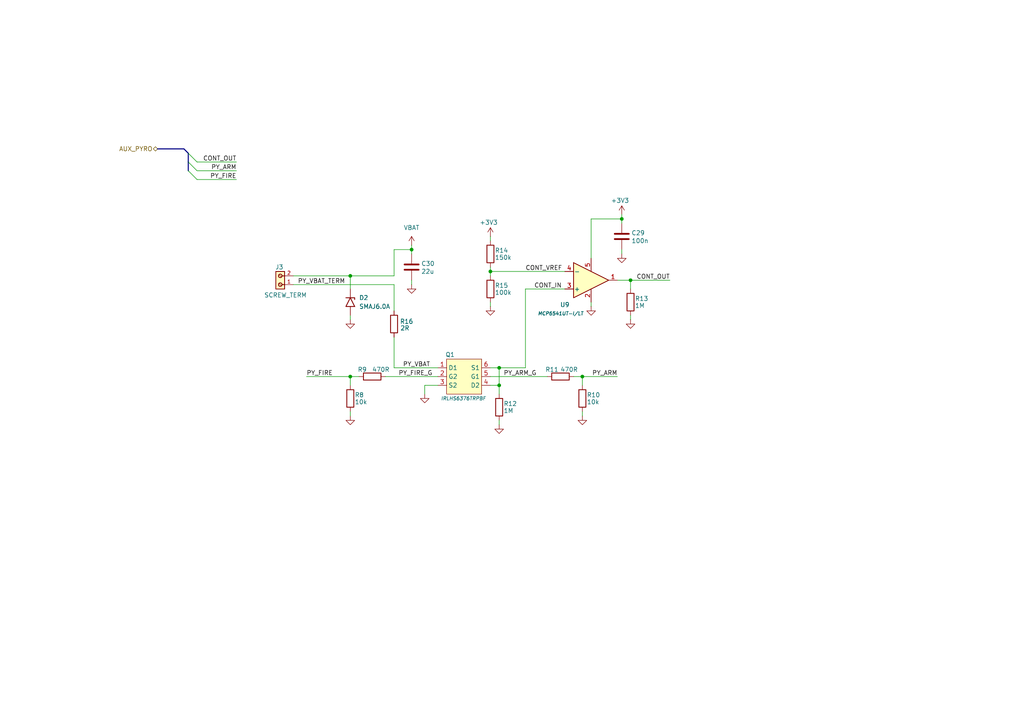
<source format=kicad_sch>
(kicad_sch (version 20250114) (generator "eeschema") (generator_version "9.0")
  (paper "A4")
  (lib_symbols
    (symbol "Device:C" (pin_numbers (hide yes)) (pin_names (offset 0.254))
      (property "Reference" "C" (at 0.635 2.54 0))
      (property "Value" "C" (at 0.635 -2.54 0))
      (symbol "C_0_1"
        (polyline (pts (xy -2.032 0.762) (xy 2.032 0.762)) (stroke (width 0.508)))
        (polyline (pts (xy -2.032 -0.762) (xy 2.032 -0.762)) (stroke (width 0.508)))
      )
      (symbol "C_1_1"
        (pin passive line (at 0 3.81 270) (length 2.794) (name "~") (number "1"))
        (pin passive line (at 0 -3.81 90) (length 2.794) (name "~") (number "2"))
      )
    )
    (symbol "Device:R" (pin_numbers (hide yes)) (pin_names (offset 0))
      (property "Reference" "R" (at 2.032 0 90))
      (property "Value" "R" (at 0 0 90))
      (symbol "R_0_1"
        (rectangle (start -1.016 -2.54) (end 1.016 2.54) (stroke (width 0.254)))
      )
      (symbol "R_1_1"
        (pin passive line (at 0 3.81 270) (length 1.27) (name "~") (number "1"))
        (pin passive line (at 0 -3.81 90) (length 1.27) (name "~") (number "2"))
      )
    )
    (symbol "Diode:SMAJ6.0A" (pin_numbers (hide yes)) (pin_names (offset 1.016) (hide yes))
      (property "Reference" "D" (at 0 2.54 0))
      (property "Value" "SMAJ6.0A" (at 0 -2.54 0))
      (symbol "SMAJ6.0A_0_1"
        (polyline (pts (xy -0.762 1.27) (xy -1.27 1.27) (xy -1.27 -1.27)) (stroke (width 0.254)))
        (polyline (pts (xy 1.27 1.27) (xy 1.27 -1.27) (xy -1.27 0) (xy 1.27 1.27)) (stroke (width 0.254)))
      )
      (symbol "SMAJ6.0A_1_1"
        (pin passive line (at -3.81 0 0) (length 2.54) (name "A1") (number "1"))
        (pin passive line (at 3.81 0 180) (length 2.54) (name "A2") (number "2"))
      )
    )
    (symbol "ModLib:+3V3" (power) (pin_numbers (hide yes)) (pin_names (offset 0) (hide yes))
      (property "Value" "+3V3" (at -0.508 3.556 0))
      (symbol "+3V3_0_1"
        (polyline (pts (xy -0.762 1.27) (xy 0 2.54)))
        (polyline (pts (xy 0 2.54) (xy 0.762 1.27)))
        (polyline (pts (xy 0 0) (xy 0 2.54)))
      )
      (symbol "+3V3_1_1"
        (pin power_in line (at 0 0 90) (length 0) (name "~") (number "1"))
      )
    )
    (symbol "ModLib:GND" (power) (pin_numbers (hide yes)) (pin_names (offset 0) (hide yes))
      (symbol "GND_0_1"
        (polyline (pts (xy 0 0) (xy 0 -1.27) (xy 1.27 -1.27) (xy 0 -2.54) (xy -1.27 -1.27) (xy 0 -1.27)))
      )
      (symbol "GND_1_1"
        (pin power_in line (at 0 0 270) (length 0) (name "~") (number "1"))
      )
    )
    (symbol "ModLib:IRLHS6376TRPBF"
      (property "Reference" "Q" (at -4.318 14.986 0))
      (property "Value" "IRLHS6376TRPBF" (at 0.254 2.794 0))
      (symbol "IRLHS6376TRPBF_1_1"
        (rectangle (start -5.08 13.97) (end 5.08 3.81) (fill (type background)))
        (pin input line (at -7.62 11.43 0) (length 2.54) (name "D1") (number "1"))
        (pin input line (at -7.62 8.89 0) (length 2.54) (name "G2") (number "2"))
        (pin output line (at -7.62 6.35 0) (length 2.54) (name "S2") (number "3"))
        (pin output line (at 7.62 11.43 180) (length 2.54) (name "S1") (number "6"))
        (pin input line (at 7.62 8.89 180) (length 2.54) (name "G1") (number "5"))
        (pin input line (at 7.62 6.35 180) (length 2.54) (name "D2") (number "4"))
      )
    )
    (symbol "ModLib:MCP6541UT-I/LT" (pin_names (offset 0.127))
      (property "Reference" "U9" (at 3.048 6.35 0))
      (property "Value" "MCP6541UT-I/LT" (at 7.366 3.81 0))
      (symbol "MCP6541UT-I/LT_0_1"
        (polyline (pts (xy -5.08 5.08) (xy 5.08 0) (xy -5.08 -5.08) (xy -5.08 5.08)) (stroke (width 0.254)) (fill (type background)))
      )
      (symbol "MCP6541UT-I/LT_1_1"
        (pin input line (at -7.62 2.54 0) (length 2.54) (name "-") (number "4"))
        (pin input line (at -7.62 -2.54 0) (length 2.54) (name "+") (number "3"))
        (pin power_in line (at 0 6.35 270) (length 3.81) (name "") (number "5"))
        (pin power_in line (at 0 -6.35 90) (length 3.81) (name "") (number "2"))
        (pin output line (at 7.62 0 180) (length 2.54) (name "~") (number "1"))
      )
    )
    (symbol "ModLib:VBAT" (power) (pin_numbers (hide yes)) (pin_names (offset 0) (hide yes))
      (property "Value" "VBAT" (at 0 3.556 0))
      (symbol "VBAT_0_1"
        (polyline (pts (xy -0.762 1.27) (xy 0 2.54)))
        (polyline (pts (xy 0 2.54) (xy 0.762 1.27)))
        (polyline (pts (xy 0 0) (xy 0 2.54)))
      )
      (symbol "VBAT_1_1"
        (pin power_in line (at 0 0 90) (length 0) (name "~") (number "1"))
      )
    )
    (symbol "Snapeda:691210910002" (pin_names (offset 1.016))
      (property "Reference" "J" (at -4.88 -0.922 0))
      (property "Value" "691210910002" (at -4.83 -2.58 0))
      (symbol "691210910002_0_0"
        (rectangle (start -3.81 -2.54) (end 1.27 0) (stroke (width 0.254)) (fill (type background)))
        (circle (center -2.54 -1.27) (radius 0.508) (stroke (width 0.254)))
        (polyline (pts (xy -2.54 -1.778) (xy -2.54 -2.54)) (stroke (width 0.254)))
        (polyline (pts (xy -2.286 -1.016) (xy -2.794 -1.524)) (stroke (width 0.1524)))
        (circle (center 0 -1.27) (radius 0.508) (stroke (width 0.254)))
        (polyline (pts (xy 0 -1.778) (xy 0 -2.54)) (stroke (width 0.254)))
        (polyline (pts (xy 0.254 -1.016) (xy -0.254 -1.524)) (stroke (width 0.1524)))
        (pin passive line (at -2.54 -5.08 90) (length 2.54) (name "~") (number "1"))
        (pin passive line (at 0 -5.08 90) (length 2.54) (name "~") (number "2"))
      )
    )
  )
  (junction (at 180.34 63.5))
  (junction (at 119.38 72.39))
  (junction (at 101.6 109.22))
  (junction (at 182.88 81.28))
  (junction (at 168.91 109.22))
  (junction (at 144.78 111.76))
  (junction (at 101.6 80.01))
  (junction (at 144.78 106.68))
  (junction (at 142.24 78.74))
  (bus_entry (at 54.61 49.53) (size 2.54 2.54))
  (bus_entry (at 54.61 46.99) (size 2.54 2.54))
  (bus_entry (at 54.61 44.45) (size 2.54 2.54))
  (wire (pts (xy 123.19 111.76) (xy 123.19 114.3)))
  (wire (pts (xy 88.9 109.22) (xy 101.6 109.22)))
  (wire (pts (xy 114.3 72.39) (xy 119.38 72.39)))
  (wire (pts (xy 144.78 114.3) (xy 144.78 111.76)))
  (wire (pts (xy 142.24 78.74) (xy 142.24 80.01)))
  (wire (pts (xy 101.6 120.65) (xy 101.6 119.38)))
  (wire (pts (xy 171.45 63.5) (xy 171.45 74.93)))
  (wire (pts (xy 85.09 82.55) (xy 114.3 82.55)))
  (wire (pts (xy 114.3 106.68) (xy 127 106.68)))
  (wire (pts (xy 101.6 91.44) (xy 101.6 92.71)))
  (wire (pts (xy 119.38 72.39) (xy 119.38 73.66)))
  (wire (pts (xy 171.45 88.9) (xy 171.45 87.63)))
  (wire (pts (xy 144.78 111.76) (xy 144.78 106.68)))
  (wire (pts (xy 142.24 68.58) (xy 142.24 69.85)))
  (wire (pts (xy 180.34 73.66) (xy 180.34 72.39)))
  (wire (pts (xy 166.37 109.22) (xy 168.91 109.22)))
  (bus (pts (xy 54.61 46.99) (xy 54.61 49.53)))
  (wire (pts (xy 57.15 49.53) (xy 68.58 49.53)))
  (wire (pts (xy 57.15 52.07) (xy 68.58 52.07)))
  (wire (pts (xy 114.3 80.01) (xy 114.3 72.39)))
  (wire (pts (xy 168.91 109.22) (xy 168.91 111.76)))
  (wire (pts (xy 85.09 80.01) (xy 101.6 80.01)))
  (wire (pts (xy 142.24 77.47) (xy 142.24 78.74)))
  (wire (pts (xy 142.24 78.74) (xy 163.83 78.74)))
  (wire (pts (xy 152.4 106.68) (xy 144.78 106.68)))
  (wire (pts (xy 194.31 81.28) (xy 182.88 81.28)))
  (wire (pts (xy 127 111.76) (xy 123.19 111.76)))
  (wire (pts (xy 57.15 46.99) (xy 68.58 46.99)))
  (wire (pts (xy 142.24 88.9) (xy 142.24 87.63)))
  (wire (pts (xy 182.88 81.28) (xy 179.07 81.28)))
  (wire (pts (xy 171.45 63.5) (xy 180.34 63.5)))
  (bus (pts (xy 54.61 44.45) (xy 53.34 43.18)))
  (wire (pts (xy 101.6 109.22) (xy 101.6 111.76)))
  (wire (pts (xy 101.6 80.01) (xy 101.6 83.82)))
  (bus (pts (xy 45.72 43.18) (xy 53.34 43.18)))
  (wire (pts (xy 144.78 106.68) (xy 142.24 106.68)))
  (wire (pts (xy 144.78 121.92) (xy 144.78 123.19)))
  (wire (pts (xy 142.24 109.22) (xy 158.75 109.22)))
  (wire (pts (xy 111.76 109.22) (xy 127 109.22)))
  (wire (pts (xy 119.38 82.55) (xy 119.38 81.28)))
  (wire (pts (xy 152.4 83.82) (xy 163.83 83.82)))
  (wire (pts (xy 180.34 62.23) (xy 180.34 63.5)))
  (wire (pts (xy 168.91 120.65) (xy 168.91 119.38)))
  (wire (pts (xy 114.3 97.79) (xy 114.3 106.68)))
  (wire (pts (xy 182.88 81.28) (xy 182.88 83.82)))
  (wire (pts (xy 114.3 82.55) (xy 114.3 90.17)))
  (bus (pts (xy 54.61 44.45) (xy 54.61 46.99)))
  (wire (pts (xy 152.4 83.82) (xy 152.4 106.68)))
  (wire (pts (xy 168.91 109.22) (xy 179.07 109.22)))
  (wire (pts (xy 182.88 91.44) (xy 182.88 92.71)))
  (wire (pts (xy 180.34 63.5) (xy 180.34 64.77)))
  (wire (pts (xy 101.6 109.22) (xy 104.14 109.22)))
  (wire (pts (xy 101.6 80.01) (xy 114.3 80.01)))
  (wire (pts (xy 119.38 71.12) (xy 119.38 72.39)))
  (wire (pts (xy 142.24 111.76) (xy 144.78 111.76)))
  (label "PY_ARM" (at 68.58 49.53 180))
  (label "CONT_VREF" (at 152.4 78.74 0))
  (label "PY_FIRE" (at 68.58 52.07 180))
  (label "CONT_OUT" (at 194.31 81.28 180))
  (label "CONT_IN" (at 154.94 83.82 0))
  (label "PY_FIRE" (at 88.9 109.22 0))
  (label "PY_VBAT_TERM" (at 86.36 82.55 0))
  (label "PY_FIRE_G" (at 115.57 109.22 0))
  (label "PY_VBAT" (at 116.84 106.68 0))
  (label "CONT_OUT" (at 68.58 46.99 180))
  (label "PY_ARM_G" (at 146.05 109.22 0))
  (label "PY_ARM" (at 179.07 109.22 180))
  (hierarchical_label "AUX_PYRO" (shape bidirectional) (at 45.72 43.18 180))
  (symbol (lib_id "Device:R") (at 162.56 109.22 90) (unit 1)
    (property "Reference" "R11" (at 162.052 107.188 90) (effects (justify left)))
    (property "Value" "470R" (at 167.64 107.188 90) (effects (justify left)))
    (property "Footprint" "Resistor_SMD:R_0402_1005Metric" (effects (hide yes)))
    (property "Description" "Resistor" (effects (hide yes)))
  )
  (symbol (lib_id "Device:R") (at 144.78 118.11 0) (unit 1)
    (property "Reference" "R12" (at 146.05 117.094 0) (effects (justify left)))
    (property "Value" "1M" (at 146.05 119.126 0) (effects (justify left)))
    (property "Footprint" "Resistor_SMD:R_0402_1005Metric" (effects (hide yes)))
    (property "Description" "Resistor" (effects (hide yes)))
  )
  (symbol (lib_id "ModLib:MCP6541UT-I/LT") (at 171.45 81.28 0) (unit 1)
    (property "Reference" "U9" (at 163.83 88.392 0))
    (property "Value" "MCP6541UT-I/LT" (at 162.56 90.932 0) (effects (font (size 1 1) (italic yes))))
    (property "Footprint" "Package_TO_SOT_SMD:SOT-353_SC-70-5" (effects (hide yes)))
    (property "Datasheet" "https://ww1.microchip.com/downloads/en/DeviceDoc/MCP6541%20Output%20SubMicroamp%20Comparators%2020001696K.pdf" (effects (hide yes)))
    (property "Description" "Comparator General Purpose CMOS, Push-Pull, Rail-to-Rail, TTL SC-70-5" (effects (hide yes)))
  )
  (symbol (lib_id "ModLib:GND") (at 182.88 92.71 0) (unit 1)
    (property "Reference" "#PWR069" (effects (hide yes)))
    (property "Value" "GND" (effects (hide yes)))
    (property "Description" "Power symbol creates a global label with name \"GND\" , ground" (effects (hide yes)))
  )
  (symbol (lib_id "Device:R") (at 142.24 83.82 0) (unit 1)
    (property "Reference" "R15" (at 143.51 82.804 0) (effects (justify left)))
    (property "Value" "100k" (at 143.51 84.836 0) (effects (justify left)))
    (property "Footprint" "Resistor_SMD:R_0402_1005Metric" (effects (hide yes)))
    (property "Description" "Resistor" (effects (hide yes)))
  )
  (symbol (lib_id "ModLib:GND") (at 180.34 73.66 0) (unit 1)
    (property "Reference" "#PWR071" (effects (hide yes)))
    (property "Value" "GND" (effects (hide yes)))
    (property "Description" "Power symbol creates a global label with name \"GND\" , ground" (effects (hide yes)))
  )
  (symbol (lib_id "ModLib:+3V3") (at 142.24 68.58 0) (unit 1)
    (property "Reference" "#PWR073" (effects (hide yes)))
    (property "Value" "+3V3" (at 141.732 64.516 0))
    (property "Description" "Power symbol creates a global label with name \"+3V3\"" (effects (hide yes)))
  )
  (symbol (lib_id "ModLib:IRLHS6376TRPBF") (at 134.62 118.11 0) (unit 1)
    (property "Reference" "Q1" (at 130.556 102.87 0))
    (property "Value" "IRLHS6376TRPBF" (at 134.366 115.57 0) (effects (font (size 1.016 1.016) (italic yes))))
  )
  (symbol (lib_id "Device:R") (at 101.6 115.57 0) (unit 1)
    (property "Reference" "R8" (at 102.87 114.554 0) (effects (justify left)))
    (property "Value" "10k" (at 102.87 116.586 0) (effects (justify left)))
    (property "Footprint" "Resistor_SMD:R_0402_1005Metric" (effects (hide yes)))
    (property "Description" "Resistor" (effects (hide yes)))
  )
  (symbol (lib_id "ModLib:GND") (at 171.45 88.9 0) (unit 1)
    (property "Reference" "#PWR068" (effects (hide yes)))
    (property "Value" "GND" (effects (hide yes)))
    (property "Description" "Power symbol creates a global label with name \"GND\" , ground" (effects (hide yes)))
  )
  (symbol (lib_id "Device:R") (at 114.3 93.98 180) (unit 1)
    (property "Reference" "R16" (at 115.9842 93.2426 0) (effects (justify right)))
    (property "Value" "2R" (at 116.0907 95.16 0) (effects (justify right)))
    (property "Footprint" "Resistor_SMD:R_1206_3216Metric" (effects (hide yes)))
    (property "Description" "Resistor" (effects (hide yes)))
  )
  (symbol (lib_id "Device:C") (at 119.38 77.47 0) (unit 1)
    (property "Reference" "C30" (at 122.174 76.454 0) (effects (justify left)))
    (property "Value" "22u" (at 122.174 78.74 0) (effects (justify left)))
    (property "Footprint" "Capacitor_SMD:C_0402_1005Metric" (effects (hide yes)))
    (property "Description" "Unpolarized capacitor" (effects (hide yes)))
  )
  (symbol (lib_id "Device:R") (at 168.91 115.57 0) (unit 1)
    (property "Reference" "R10" (at 170.18 114.554 0) (effects (justify left)))
    (property "Value" "10k" (at 170.18 116.586 0) (effects (justify left)))
    (property "Footprint" "Resistor_SMD:R_0402_1005Metric" (effects (hide yes)))
    (property "Description" "Resistor" (effects (hide yes)))
  )
  (symbol (lib_id "ModLib:GND") (at 142.24 88.9 0) (unit 1)
    (property "Reference" "#PWR074" (effects (hide yes)))
    (property "Value" "GND" (effects (hide yes)))
    (property "Description" "Power symbol creates a global label with name \"GND\" , ground" (effects (hide yes)))
  )
  (symbol (lib_id "ModLib:GND") (at 101.6 92.71 0) (unit 1)
    (property "Reference" "#PWR089" (effects (hide yes)))
    (property "Value" "GND" (effects (hide yes)))
    (property "Description" "Power symbol creates a global label with name \"GND\" , ground" (effects (hide yes)))
  )
  (symbol (lib_id "Snapeda:691210910002") (at 80.01 80.01 90) (unit 1)
    (property "Reference" "J3" (at 81.026 77.47 90))
    (property "Value" "SCREW_TERM" (at 82.804 85.598 90))
    (property "Footprint" "Snapeda:691210910002_691210910002" (effects (hide yes)))
  )
  (symbol (lib_id "Diode:SMAJ6.0A") (at 101.6 87.63 270) (unit 1)
    (property "Reference" "D2" (at 104.14 86.3599 90) (effects (justify left)))
    (property "Value" "SMAJ6.0A" (at 104.14 88.8999 90) (effects (justify left)))
    (property "Footprint" "Diode_SMD:D_SMA" (effects (hide yes)))
    (property "Datasheet" "https://www.littelfuse.com/media?resourcetype=datasheets&itemid=75e32973-b177-4ee3-a0ff-cedaf1abdb93&filename=smaj-datasheet" (effects (hide yes)))
    (property "Description" "400W unidirectional Transient Voltage Suppressor, 6.0Vr, SMA(DO-214AC)" (effects (hide yes)))
  )
  (symbol (lib_id "ModLib:GND") (at 123.19 114.3 0) (unit 1)
    (property "Reference" "#PWR066" (effects (hide yes)))
    (property "Value" "GND" (effects (hide yes)))
    (property "Description" "Power symbol creates a global label with name \"GND\" , ground" (effects (hide yes)))
  )
  (symbol (lib_id "Device:R") (at 107.95 109.22 90) (unit 1)
    (property "Reference" "R9" (at 106.426 107.188 90) (effects (justify left)))
    (property "Value" "470R" (at 113.03 107.188 90) (effects (justify left)))
    (property "Footprint" "Resistor_SMD:R_0402_1005Metric" (effects (hide yes)))
    (property "Description" "Resistor" (effects (hide yes)))
  )
  (symbol (lib_id "ModLib:GND") (at 168.91 120.65 0) (unit 1)
    (property "Reference" "#PWR064" (effects (hide yes)))
    (property "Value" "GND" (effects (hide yes)))
    (property "Description" "Power symbol creates a global label with name \"GND\" , ground" (effects (hide yes)))
  )
  (symbol (lib_id "ModLib:GND") (at 144.78 123.19 0) (unit 1)
    (property "Reference" "#PWR067" (effects (hide yes)))
    (property "Value" "GND" (effects (hide yes)))
    (property "Description" "Power symbol creates a global label with name \"GND\" , ground" (effects (hide yes)))
  )
  (symbol (lib_id "ModLib:GND") (at 101.6 120.65 0) (unit 1)
    (property "Reference" "#PWR063" (effects (hide yes)))
    (property "Value" "GND" (effects (hide yes)))
    (property "Description" "Power symbol creates a global label with name \"GND\" , ground" (effects (hide yes)))
  )
  (symbol (lib_id "Device:R") (at 142.24 73.66 0) (unit 1)
    (property "Reference" "R14" (at 143.51 72.644 0) (effects (justify left)))
    (property "Value" "150k" (at 143.51 74.676 0) (effects (justify left)))
    (property "Footprint" "Resistor_SMD:R_0402_1005Metric" (effects (hide yes)))
    (property "Description" "Resistor" (effects (hide yes)))
  )
  (symbol (lib_id "ModLib:VBAT") (at 119.38 71.12 0) (unit 1)
    (property "Reference" "#PWR065" (effects (hide yes)))
    (property "Value" "VBAT" (at 119.38 66.04 0))
    (property "Description" "Power symbol creates a global label with name \"VBUS\"" (effects (hide yes)))
  )
  (symbol (lib_id "ModLib:GND") (at 119.38 82.55 0) (unit 1)
    (property "Reference" "#PWR072" (effects (hide yes)))
    (property "Value" "GND" (effects (hide yes)))
    (property "Description" "Power symbol creates a global label with name \"GND\" , ground" (effects (hide yes)))
  )
  (symbol (lib_id "ModLib:+3V3") (at 180.34 62.23 0) (unit 1)
    (property "Reference" "#PWR070" (effects (hide yes)))
    (property "Value" "+3V3" (at 179.832 58.166 0))
    (property "Description" "Power symbol creates a global label with name \"+3V3\"" (effects (hide yes)))
  )
  (symbol (lib_id "Device:C") (at 180.34 68.58 0) (unit 1)
    (property "Reference" "C29" (at 183.134 67.564 0) (effects (justify left)))
    (property "Value" "100n" (at 183.134 69.85 0) (effects (justify left)))
    (property "Footprint" "Capacitor_SMD:C_0402_1005Metric" (effects (hide yes)))
    (property "Description" "Unpolarized capacitor" (effects (hide yes)))
  )
  (symbol (lib_id "Device:R") (at 182.88 87.63 0) (unit 1)
    (property "Reference" "R13" (at 184.15 86.614 0) (effects (justify left)))
    (property "Value" "1M" (at 184.15 88.646 0) (effects (justify left)))
    (property "Footprint" "Resistor_SMD:R_0402_1005Metric" (effects (hide yes)))
    (property "Description" "Resistor" (effects (hide yes)))
  )
)
</source>
